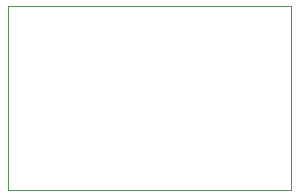
<source format=gbr>
%TF.GenerationSoftware,KiCad,Pcbnew,9.0.4*%
%TF.CreationDate,2025-09-28T21:19:40-04:00*%
%TF.ProjectId,esmonx,65736d6f-6e78-42e6-9b69-6361645f7063,A*%
%TF.SameCoordinates,Original*%
%TF.FileFunction,Profile,NP*%
%FSLAX46Y46*%
G04 Gerber Fmt 4.6, Leading zero omitted, Abs format (unit mm)*
G04 Created by KiCad (PCBNEW 9.0.4) date 2025-09-28 21:19:40*
%MOMM*%
%LPD*%
G01*
G04 APERTURE LIST*
%TA.AperFunction,Profile*%
%ADD10C,0.100000*%
%TD*%
G04 APERTURE END LIST*
D10*
X144500000Y-65000000D02*
X168500000Y-65000000D01*
X168500000Y-80600000D01*
X144500000Y-80600000D01*
X144500000Y-65000000D01*
M02*

</source>
